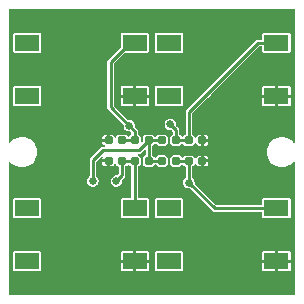
<source format=gbr>
%TF.GenerationSoftware,KiCad,Pcbnew,8.0.1*%
%TF.CreationDate,2024-07-01T16:18:05-04:00*%
%TF.ProjectId,btn,62746e2e-6b69-4636-9164-5f7063625858,rev?*%
%TF.SameCoordinates,Original*%
%TF.FileFunction,Copper,L1,Top*%
%TF.FilePolarity,Positive*%
%FSLAX46Y46*%
G04 Gerber Fmt 4.6, Leading zero omitted, Abs format (unit mm)*
G04 Created by KiCad (PCBNEW 8.0.1) date 2024-07-01 16:18:05*
%MOMM*%
%LPD*%
G01*
G04 APERTURE LIST*
G04 Aperture macros list*
%AMRoundRect*
0 Rectangle with rounded corners*
0 $1 Rounding radius*
0 $2 $3 $4 $5 $6 $7 $8 $9 X,Y pos of 4 corners*
0 Add a 4 corners polygon primitive as box body*
4,1,4,$2,$3,$4,$5,$6,$7,$8,$9,$2,$3,0*
0 Add four circle primitives for the rounded corners*
1,1,$1+$1,$2,$3*
1,1,$1+$1,$4,$5*
1,1,$1+$1,$6,$7*
1,1,$1+$1,$8,$9*
0 Add four rect primitives between the rounded corners*
20,1,$1+$1,$2,$3,$4,$5,0*
20,1,$1+$1,$4,$5,$6,$7,0*
20,1,$1+$1,$6,$7,$8,$9,0*
20,1,$1+$1,$8,$9,$2,$3,0*%
G04 Aperture macros list end*
%TA.AperFunction,SMDPad,CuDef*%
%ADD10RoundRect,0.155000X0.212500X0.155000X-0.212500X0.155000X-0.212500X-0.155000X0.212500X-0.155000X0*%
%TD*%
%TA.AperFunction,SMDPad,CuDef*%
%ADD11R,2.100000X1.400000*%
%TD*%
%TA.AperFunction,SMDPad,CuDef*%
%ADD12RoundRect,0.155000X-0.212500X-0.155000X0.212500X-0.155000X0.212500X0.155000X-0.212500X0.155000X0*%
%TD*%
%TA.AperFunction,SMDPad,CuDef*%
%ADD13RoundRect,0.160000X0.197500X0.160000X-0.197500X0.160000X-0.197500X-0.160000X0.197500X-0.160000X0*%
%TD*%
%TA.AperFunction,SMDPad,CuDef*%
%ADD14RoundRect,0.160000X-0.197500X-0.160000X0.197500X-0.160000X0.197500X0.160000X-0.197500X0.160000X0*%
%TD*%
%TA.AperFunction,ViaPad*%
%ADD15C,0.660400*%
%TD*%
%TA.AperFunction,Conductor*%
%ADD16C,0.254000*%
%TD*%
G04 APERTURE END LIST*
D10*
%TO.P,C3,1*%
%TO.N,GND*%
X136767500Y-83250000D03*
%TO.P,C3,2*%
%TO.N,/BTN_3*%
X135632500Y-83250000D03*
%TD*%
D11*
%TO.P,S2,1*%
%TO.N,unconnected-(S2-Pad1)*%
X133950000Y-73250000D03*
%TO.P,S2,2*%
%TO.N,unconnected-(S2-Pad2)*%
X133950000Y-77750000D03*
%TO.P,S2,3*%
%TO.N,/BTN_2*%
X143050000Y-73250000D03*
%TO.P,S2,4*%
%TO.N,GND*%
X143050000Y-77750000D03*
%TD*%
%TO.P,S1,1*%
%TO.N,unconnected-(S1-Pad1)*%
X121950000Y-73250000D03*
%TO.P,S1,2*%
%TO.N,unconnected-(S1-Pad2)*%
X121950000Y-77750000D03*
%TO.P,S1,3*%
%TO.N,/BTN_1*%
X131050000Y-73250000D03*
%TO.P,S1,4*%
%TO.N,GND*%
X131050000Y-77750000D03*
%TD*%
D12*
%TO.P,C1,1*%
%TO.N,GND*%
X128832500Y-81500000D03*
%TO.P,C1,2*%
%TO.N,/BTN_1*%
X129967500Y-81500000D03*
%TD*%
D13*
%TO.P,R3,1*%
%TO.N,/BTN_3*%
X134547500Y-83250000D03*
%TO.P,R3,2*%
%TO.N,VCC*%
X133352500Y-83250000D03*
%TD*%
D14*
%TO.P,R1,1*%
%TO.N,/BTN_1*%
X131050000Y-81500000D03*
%TO.P,R1,2*%
%TO.N,VCC*%
X132245000Y-81500000D03*
%TD*%
D13*
%TO.P,R2,1*%
%TO.N,/BTN_2*%
X134547500Y-81500000D03*
%TO.P,R2,2*%
%TO.N,VCC*%
X133352500Y-81500000D03*
%TD*%
D12*
%TO.P,C4,1*%
%TO.N,GND*%
X128832500Y-83250000D03*
%TO.P,C4,2*%
%TO.N,/BTN_4*%
X129967500Y-83250000D03*
%TD*%
D11*
%TO.P,S3,1*%
%TO.N,unconnected-(S3-Pad1)*%
X133950000Y-87250000D03*
%TO.P,S3,2*%
%TO.N,unconnected-(S3-Pad2)*%
X133950000Y-91750000D03*
%TO.P,S3,3*%
%TO.N,/BTN_3*%
X143050000Y-87250000D03*
%TO.P,S3,4*%
%TO.N,GND*%
X143050000Y-91750000D03*
%TD*%
D14*
%TO.P,R4,1*%
%TO.N,/BTN_4*%
X131050000Y-83250000D03*
%TO.P,R4,2*%
%TO.N,VCC*%
X132245000Y-83250000D03*
%TD*%
D10*
%TO.P,C2,1*%
%TO.N,GND*%
X136767500Y-81500000D03*
%TO.P,C2,2*%
%TO.N,/BTN_2*%
X135632500Y-81500000D03*
%TD*%
D11*
%TO.P,S4,1*%
%TO.N,unconnected-(S4-Pad1)*%
X121950000Y-87250000D03*
%TO.P,S4,2*%
%TO.N,unconnected-(S4-Pad2)*%
X121950000Y-91750000D03*
%TO.P,S4,3*%
%TO.N,/BTN_4*%
X131050000Y-87250000D03*
%TO.P,S4,4*%
%TO.N,GND*%
X131050000Y-91750000D03*
%TD*%
D15*
%TO.N,GND*%
X126000000Y-92000000D03*
X126000000Y-78000000D03*
X140000000Y-86000000D03*
X126000000Y-88000000D03*
X128000000Y-90000000D03*
X140000000Y-80000000D03*
X126000000Y-90000000D03*
X124000000Y-80000000D03*
X128000000Y-74000000D03*
X126000000Y-72000000D03*
X130000000Y-76000000D03*
X140000000Y-84000000D03*
X124000000Y-78000000D03*
X140000000Y-78000000D03*
X138000000Y-94000000D03*
X132000000Y-90000000D03*
X124000000Y-94000000D03*
X124000000Y-90000000D03*
X124000000Y-76000000D03*
X126000000Y-74000000D03*
X124000000Y-88000000D03*
X134000000Y-94000000D03*
X136000000Y-94000000D03*
X122000000Y-94000000D03*
X124000000Y-84000000D03*
X130000000Y-94000000D03*
X140000000Y-82000000D03*
X142000000Y-84000000D03*
X124000000Y-72000000D03*
X140000000Y-90000000D03*
X138000000Y-74000000D03*
X128000000Y-76000000D03*
X140000000Y-94000000D03*
X130000000Y-90000000D03*
X142000000Y-94000000D03*
X136000000Y-90000000D03*
X128000000Y-92000000D03*
X124000000Y-92000000D03*
X128000000Y-78000000D03*
X124000000Y-82000000D03*
X138000000Y-92000000D03*
X132000000Y-94000000D03*
X134000000Y-76000000D03*
X128000000Y-72000000D03*
X140000000Y-92000000D03*
X134000000Y-90000000D03*
X138000000Y-72000000D03*
X124000000Y-74000000D03*
X128000000Y-94000000D03*
X136000000Y-76000000D03*
X142000000Y-80000000D03*
X126000000Y-76000000D03*
X128000000Y-88000000D03*
X126000000Y-94000000D03*
X138000000Y-90000000D03*
X140000000Y-72000000D03*
%TO.N,VCC*%
X127500000Y-84940000D03*
%TO.N,/BTN_1*%
X130585000Y-80265000D03*
%TO.N,/BTN_2*%
X134060000Y-80160000D03*
%TO.N,/BTN_3*%
X135632500Y-85072500D03*
%TO.N,/BTN_4*%
X129500000Y-84940000D03*
%TD*%
D16*
%TO.N,VCC*%
X127500000Y-83200000D02*
X128340000Y-82360000D01*
X128340000Y-82360000D02*
X131385000Y-82360000D01*
X132245000Y-81500000D02*
X133352500Y-81500000D01*
X131385000Y-82360000D02*
X132245000Y-81500000D01*
X132245000Y-83250000D02*
X133352500Y-83250000D01*
X132245000Y-81500000D02*
X132245000Y-83250000D01*
X127500000Y-84940000D02*
X127500000Y-83200000D01*
%TO.N,/BTN_1*%
X130650000Y-73250000D02*
X131050000Y-73250000D01*
X129000000Y-78680000D02*
X129000000Y-74900000D01*
X130585000Y-80265000D02*
X131050000Y-80730000D01*
X129000000Y-74900000D02*
X130650000Y-73250000D01*
X131050000Y-81500000D02*
X129967500Y-81500000D01*
X130585000Y-80265000D02*
X129000000Y-78680000D01*
X131050000Y-80730000D02*
X131050000Y-81500000D01*
%TO.N,/BTN_2*%
X134547500Y-80647500D02*
X134060000Y-80160000D01*
X141450000Y-73250000D02*
X143050000Y-73250000D01*
X135632500Y-81500000D02*
X135632500Y-79067500D01*
X134547500Y-81500000D02*
X135632500Y-81500000D01*
X135632500Y-79067500D02*
X141450000Y-73250000D01*
X134547500Y-81500000D02*
X134547500Y-80647500D01*
%TO.N,/BTN_3*%
X135632500Y-85072500D02*
X135632500Y-83250000D01*
X134547500Y-83250000D02*
X135632500Y-83250000D01*
X137810000Y-87250000D02*
X143050000Y-87250000D01*
X135632500Y-85072500D02*
X137810000Y-87250000D01*
%TO.N,/BTN_4*%
X129967500Y-83250000D02*
X131050000Y-83250000D01*
X131050000Y-83250000D02*
X131050000Y-87250000D01*
X129967500Y-83250000D02*
X129967500Y-84472500D01*
X129967500Y-84472500D02*
X129500000Y-84940000D01*
%TD*%
%TA.AperFunction,Conductor*%
%TO.N,GND*%
G36*
X144591638Y-70399093D02*
G01*
X144617358Y-70443642D01*
X144618500Y-70456700D01*
X144618500Y-81625090D01*
X144600907Y-81673428D01*
X144556358Y-81699148D01*
X144505700Y-81690215D01*
X144487911Y-81675288D01*
X144487758Y-81675442D01*
X144486004Y-81673688D01*
X144485694Y-81673428D01*
X144485433Y-81673117D01*
X144326886Y-81514570D01*
X144326873Y-81514559D01*
X144143192Y-81385945D01*
X143939976Y-81291185D01*
X143939974Y-81291184D01*
X143939973Y-81291184D01*
X143723380Y-81233148D01*
X143723378Y-81233147D01*
X143723375Y-81233147D01*
X143500000Y-81213605D01*
X143276624Y-81233147D01*
X143276620Y-81233147D01*
X143276620Y-81233148D01*
X143144114Y-81268653D01*
X143060027Y-81291184D01*
X143060023Y-81291185D01*
X142856806Y-81385946D01*
X142856802Y-81385949D01*
X142673117Y-81514566D01*
X142514566Y-81673117D01*
X142385949Y-81856802D01*
X142385946Y-81856806D01*
X142291185Y-82060023D01*
X142291184Y-82060027D01*
X142233147Y-82276624D01*
X142213605Y-82500000D01*
X142233147Y-82723375D01*
X142233147Y-82723378D01*
X142233148Y-82723380D01*
X142291184Y-82939972D01*
X142291185Y-82939976D01*
X142385945Y-83143192D01*
X142514559Y-83326873D01*
X142514570Y-83326886D01*
X142673113Y-83485429D01*
X142673126Y-83485440D01*
X142736622Y-83529900D01*
X142856802Y-83614051D01*
X142856804Y-83614051D01*
X142856807Y-83614054D01*
X142977349Y-83670263D01*
X143060027Y-83708816D01*
X143276620Y-83766852D01*
X143500000Y-83786395D01*
X143723380Y-83766852D01*
X143939973Y-83708816D01*
X144143198Y-83614051D01*
X144326879Y-83485436D01*
X144485436Y-83326879D01*
X144485438Y-83326875D01*
X144485694Y-83326572D01*
X144485812Y-83326503D01*
X144487758Y-83324558D01*
X144488279Y-83325079D01*
X144530243Y-83300852D01*
X144580901Y-83309785D01*
X144613965Y-83349191D01*
X144618500Y-83374910D01*
X144618500Y-94543300D01*
X144600907Y-94591638D01*
X144556358Y-94617358D01*
X144543300Y-94618500D01*
X120456700Y-94618500D01*
X120408362Y-94600907D01*
X120382642Y-94556358D01*
X120381500Y-94543300D01*
X120381500Y-92465055D01*
X120747100Y-92465055D01*
X120747101Y-92465057D01*
X120755972Y-92509659D01*
X120789764Y-92560232D01*
X120789765Y-92560232D01*
X120789766Y-92560234D01*
X120840342Y-92594028D01*
X120884943Y-92602900D01*
X123015056Y-92602899D01*
X123059658Y-92594028D01*
X123110234Y-92560234D01*
X123144028Y-92509658D01*
X123152900Y-92465057D01*
X123152899Y-91877000D01*
X129847600Y-91877000D01*
X129847600Y-92465012D01*
X129856441Y-92509462D01*
X129856442Y-92509464D01*
X129890126Y-92559873D01*
X129940535Y-92593557D01*
X129940537Y-92593558D01*
X129984987Y-92602400D01*
X130923000Y-92602400D01*
X130923000Y-91877000D01*
X131177000Y-91877000D01*
X131177000Y-92602400D01*
X132115013Y-92602400D01*
X132159462Y-92593558D01*
X132159464Y-92593557D01*
X132209873Y-92559873D01*
X132243557Y-92509464D01*
X132243558Y-92509462D01*
X132252391Y-92465055D01*
X132747100Y-92465055D01*
X132747101Y-92465057D01*
X132755972Y-92509659D01*
X132789764Y-92560232D01*
X132789765Y-92560232D01*
X132789766Y-92560234D01*
X132840342Y-92594028D01*
X132884943Y-92602900D01*
X135015056Y-92602899D01*
X135059658Y-92594028D01*
X135110234Y-92560234D01*
X135144028Y-92509658D01*
X135152900Y-92465057D01*
X135152899Y-91877000D01*
X141847600Y-91877000D01*
X141847600Y-92465012D01*
X141856441Y-92509462D01*
X141856442Y-92509464D01*
X141890126Y-92559873D01*
X141940535Y-92593557D01*
X141940537Y-92593558D01*
X141984987Y-92602400D01*
X142923000Y-92602400D01*
X142923000Y-91877000D01*
X143177000Y-91877000D01*
X143177000Y-92602400D01*
X144115013Y-92602400D01*
X144159462Y-92593558D01*
X144159464Y-92593557D01*
X144209873Y-92559873D01*
X144243557Y-92509464D01*
X144243558Y-92509462D01*
X144252400Y-92465012D01*
X144252400Y-91877000D01*
X143177000Y-91877000D01*
X142923000Y-91877000D01*
X141847600Y-91877000D01*
X135152899Y-91877000D01*
X135152899Y-91623000D01*
X141847600Y-91623000D01*
X142923000Y-91623000D01*
X142923000Y-90897600D01*
X143177000Y-90897600D01*
X143177000Y-91623000D01*
X144252400Y-91623000D01*
X144252400Y-91034987D01*
X144243558Y-90990537D01*
X144243557Y-90990535D01*
X144209873Y-90940126D01*
X144159464Y-90906442D01*
X144159462Y-90906441D01*
X144115013Y-90897600D01*
X143177000Y-90897600D01*
X142923000Y-90897600D01*
X141984987Y-90897600D01*
X141940537Y-90906441D01*
X141940535Y-90906442D01*
X141890126Y-90940126D01*
X141856442Y-90990535D01*
X141856441Y-90990537D01*
X141847600Y-91034987D01*
X141847600Y-91623000D01*
X135152899Y-91623000D01*
X135152899Y-91034944D01*
X135144028Y-90990342D01*
X135110234Y-90939766D01*
X135059658Y-90905972D01*
X135059656Y-90905971D01*
X135015057Y-90897100D01*
X132884944Y-90897100D01*
X132884942Y-90897101D01*
X132840340Y-90905972D01*
X132789767Y-90939764D01*
X132755972Y-90990342D01*
X132755971Y-90990343D01*
X132747100Y-91034942D01*
X132747100Y-92465055D01*
X132252391Y-92465055D01*
X132252400Y-92465012D01*
X132252400Y-91877000D01*
X131177000Y-91877000D01*
X130923000Y-91877000D01*
X129847600Y-91877000D01*
X123152899Y-91877000D01*
X123152899Y-91623000D01*
X129847600Y-91623000D01*
X130923000Y-91623000D01*
X130923000Y-90897600D01*
X131177000Y-90897600D01*
X131177000Y-91623000D01*
X132252400Y-91623000D01*
X132252400Y-91034987D01*
X132243558Y-90990537D01*
X132243557Y-90990535D01*
X132209873Y-90940126D01*
X132159464Y-90906442D01*
X132159462Y-90906441D01*
X132115013Y-90897600D01*
X131177000Y-90897600D01*
X130923000Y-90897600D01*
X129984987Y-90897600D01*
X129940537Y-90906441D01*
X129940535Y-90906442D01*
X129890126Y-90940126D01*
X129856442Y-90990535D01*
X129856441Y-90990537D01*
X129847600Y-91034987D01*
X129847600Y-91623000D01*
X123152899Y-91623000D01*
X123152899Y-91034944D01*
X123144028Y-90990342D01*
X123110234Y-90939766D01*
X123059658Y-90905972D01*
X123059656Y-90905971D01*
X123015057Y-90897100D01*
X120884944Y-90897100D01*
X120884942Y-90897101D01*
X120840340Y-90905972D01*
X120789767Y-90939764D01*
X120755972Y-90990342D01*
X120755971Y-90990343D01*
X120747100Y-91034942D01*
X120747100Y-92465055D01*
X120381500Y-92465055D01*
X120381500Y-87965055D01*
X120747100Y-87965055D01*
X120747101Y-87965057D01*
X120755972Y-88009659D01*
X120789764Y-88060232D01*
X120789765Y-88060232D01*
X120789766Y-88060234D01*
X120840342Y-88094028D01*
X120884943Y-88102900D01*
X123015056Y-88102899D01*
X123059658Y-88094028D01*
X123110234Y-88060234D01*
X123144028Y-88009658D01*
X123152900Y-87965057D01*
X123152899Y-86534944D01*
X123144028Y-86490342D01*
X123110234Y-86439766D01*
X123059658Y-86405972D01*
X123059656Y-86405971D01*
X123015057Y-86397100D01*
X120884944Y-86397100D01*
X120884942Y-86397101D01*
X120840340Y-86405972D01*
X120789767Y-86439764D01*
X120755972Y-86490342D01*
X120755971Y-86490343D01*
X120747100Y-86534942D01*
X120747100Y-87965055D01*
X120381500Y-87965055D01*
X120381500Y-84940000D01*
X127011932Y-84940000D01*
X127031702Y-85077508D01*
X127089410Y-85203868D01*
X127089412Y-85203871D01*
X127180383Y-85308857D01*
X127180385Y-85308858D01*
X127297248Y-85383962D01*
X127392069Y-85411803D01*
X127430541Y-85423100D01*
X127430544Y-85423100D01*
X127569456Y-85423100D01*
X127569459Y-85423100D01*
X127702751Y-85383962D01*
X127819617Y-85308857D01*
X127910589Y-85203869D01*
X127968298Y-85077505D01*
X127988068Y-84940000D01*
X127968298Y-84802495D01*
X127968297Y-84802493D01*
X127968297Y-84802491D01*
X127910589Y-84676131D01*
X127910587Y-84676128D01*
X127819616Y-84571142D01*
X127819615Y-84571141D01*
X127814442Y-84567817D01*
X127783291Y-84526882D01*
X127779900Y-84504556D01*
X127779900Y-83377000D01*
X128312601Y-83377000D01*
X128312601Y-83450888D01*
X128315581Y-83476596D01*
X128362003Y-83581732D01*
X128362005Y-83581735D01*
X128443264Y-83662994D01*
X128443267Y-83662996D01*
X128548402Y-83709418D01*
X128574105Y-83712399D01*
X128705500Y-83712399D01*
X128705500Y-83377000D01*
X128312601Y-83377000D01*
X127779900Y-83377000D01*
X127779900Y-83347086D01*
X127797493Y-83298748D01*
X127801926Y-83293912D01*
X128114299Y-82981539D01*
X128223367Y-82872471D01*
X128269986Y-82850732D01*
X128319673Y-82864046D01*
X128349178Y-82906183D01*
X128345333Y-82956020D01*
X128315582Y-83023400D01*
X128312600Y-83049105D01*
X128312600Y-83123000D01*
X128884300Y-83123000D01*
X128932638Y-83140593D01*
X128958358Y-83185142D01*
X128959500Y-83198200D01*
X128959500Y-83712399D01*
X129090888Y-83712399D01*
X129116596Y-83709418D01*
X129221732Y-83662996D01*
X129221735Y-83662994D01*
X129302994Y-83581735D01*
X129302997Y-83581731D01*
X129330933Y-83518461D01*
X129366552Y-83481348D01*
X129417693Y-83475813D01*
X129460427Y-83504446D01*
X129468518Y-83518459D01*
X129496582Y-83582016D01*
X129496586Y-83582022D01*
X129577977Y-83663413D01*
X129577980Y-83663415D01*
X129577981Y-83663416D01*
X129642776Y-83692026D01*
X129679887Y-83727644D01*
X129687600Y-83760818D01*
X129687600Y-84325412D01*
X129670007Y-84373750D01*
X129665574Y-84378586D01*
X129609286Y-84434874D01*
X129562666Y-84456614D01*
X129556112Y-84456900D01*
X129430538Y-84456900D01*
X129297248Y-84496037D01*
X129180385Y-84571141D01*
X129180383Y-84571142D01*
X129089412Y-84676128D01*
X129089410Y-84676131D01*
X129031702Y-84802491D01*
X129011932Y-84940000D01*
X129031702Y-85077508D01*
X129089410Y-85203868D01*
X129089412Y-85203871D01*
X129180383Y-85308857D01*
X129180385Y-85308858D01*
X129297248Y-85383962D01*
X129392069Y-85411803D01*
X129430541Y-85423100D01*
X129430544Y-85423100D01*
X129569456Y-85423100D01*
X129569459Y-85423100D01*
X129702751Y-85383962D01*
X129819617Y-85308857D01*
X129910589Y-85203869D01*
X129968298Y-85077505D01*
X129988068Y-84940000D01*
X129981831Y-84896622D01*
X129992365Y-84846274D01*
X130003086Y-84832750D01*
X130191476Y-84644362D01*
X130228325Y-84580537D01*
X130247400Y-84509350D01*
X130247400Y-84435650D01*
X130247400Y-83760818D01*
X130264993Y-83712480D01*
X130292222Y-83692026D01*
X130357019Y-83663416D01*
X130438416Y-83582019D01*
X130441636Y-83574727D01*
X130477254Y-83537613D01*
X130510429Y-83529900D01*
X130515255Y-83529900D01*
X130563593Y-83547493D01*
X130583409Y-83573319D01*
X130592230Y-83592237D01*
X130592236Y-83592245D01*
X130670254Y-83670263D01*
X130670257Y-83670265D01*
X130670259Y-83670267D01*
X130670260Y-83670267D01*
X130670261Y-83670268D01*
X130726681Y-83696577D01*
X130763054Y-83732950D01*
X130770100Y-83764731D01*
X130770100Y-86321900D01*
X130752507Y-86370238D01*
X130707958Y-86395958D01*
X130694900Y-86397100D01*
X129984944Y-86397100D01*
X129984942Y-86397101D01*
X129940340Y-86405972D01*
X129889767Y-86439764D01*
X129855972Y-86490342D01*
X129855971Y-86490343D01*
X129847100Y-86534942D01*
X129847100Y-87965055D01*
X129847101Y-87965057D01*
X129855972Y-88009659D01*
X129889764Y-88060232D01*
X129889765Y-88060232D01*
X129889766Y-88060234D01*
X129940342Y-88094028D01*
X129984943Y-88102900D01*
X132115056Y-88102899D01*
X132159658Y-88094028D01*
X132210234Y-88060234D01*
X132244028Y-88009658D01*
X132252900Y-87965057D01*
X132252900Y-87965055D01*
X132747100Y-87965055D01*
X132747101Y-87965057D01*
X132755972Y-88009659D01*
X132789764Y-88060232D01*
X132789765Y-88060232D01*
X132789766Y-88060234D01*
X132840342Y-88094028D01*
X132884943Y-88102900D01*
X135015056Y-88102899D01*
X135059658Y-88094028D01*
X135110234Y-88060234D01*
X135144028Y-88009658D01*
X135152900Y-87965057D01*
X135152899Y-86534944D01*
X135144028Y-86490342D01*
X135110234Y-86439766D01*
X135059658Y-86405972D01*
X135059656Y-86405971D01*
X135015057Y-86397100D01*
X132884944Y-86397100D01*
X132884942Y-86397101D01*
X132840340Y-86405972D01*
X132789767Y-86439764D01*
X132755972Y-86490342D01*
X132755971Y-86490343D01*
X132747100Y-86534942D01*
X132747100Y-87965055D01*
X132252900Y-87965055D01*
X132252899Y-86534944D01*
X132244028Y-86490342D01*
X132210234Y-86439766D01*
X132159658Y-86405972D01*
X132159656Y-86405971D01*
X132115057Y-86397100D01*
X131405100Y-86397100D01*
X131356762Y-86379507D01*
X131331042Y-86334958D01*
X131329900Y-86321900D01*
X131329900Y-83764731D01*
X131347493Y-83716393D01*
X131373319Y-83696577D01*
X131399334Y-83684445D01*
X131429741Y-83670267D01*
X131507767Y-83592241D01*
X131512668Y-83581732D01*
X131554400Y-83492236D01*
X131554399Y-83492236D01*
X131554401Y-83492234D01*
X131560400Y-83446666D01*
X131560400Y-83053334D01*
X131554401Y-83007766D01*
X131554400Y-83007763D01*
X131507769Y-82907762D01*
X131507763Y-82907754D01*
X131429745Y-82829736D01*
X131429737Y-82829730D01*
X131330068Y-82783254D01*
X131293695Y-82746881D01*
X131289211Y-82695637D01*
X131318716Y-82653500D01*
X131361849Y-82639900D01*
X131421848Y-82639900D01*
X131421850Y-82639900D01*
X131493037Y-82620825D01*
X131556862Y-82583976D01*
X131836726Y-82304111D01*
X131883346Y-82282372D01*
X131933033Y-82295686D01*
X131962538Y-82337823D01*
X131965100Y-82357286D01*
X131965100Y-82735268D01*
X131947507Y-82783606D01*
X131921681Y-82803422D01*
X131865262Y-82829730D01*
X131865254Y-82829736D01*
X131787236Y-82907754D01*
X131787230Y-82907762D01*
X131740599Y-83007763D01*
X131738556Y-83023285D01*
X131734600Y-83053334D01*
X131734600Y-83446666D01*
X131737599Y-83469450D01*
X131740599Y-83492236D01*
X131787230Y-83592237D01*
X131787236Y-83592245D01*
X131865254Y-83670263D01*
X131865262Y-83670269D01*
X131965263Y-83716900D01*
X131965264Y-83716900D01*
X131965266Y-83716901D01*
X132010834Y-83722900D01*
X132010836Y-83722900D01*
X132479164Y-83722900D01*
X132479166Y-83722900D01*
X132524734Y-83716901D01*
X132624741Y-83670267D01*
X132702767Y-83592241D01*
X132702769Y-83592237D01*
X132711591Y-83573319D01*
X132747964Y-83536946D01*
X132779745Y-83529900D01*
X132817755Y-83529900D01*
X132866093Y-83547493D01*
X132885909Y-83573319D01*
X132894730Y-83592237D01*
X132894736Y-83592245D01*
X132972754Y-83670263D01*
X132972762Y-83670269D01*
X133072763Y-83716900D01*
X133072764Y-83716900D01*
X133072766Y-83716901D01*
X133118334Y-83722900D01*
X133118336Y-83722900D01*
X133586664Y-83722900D01*
X133586666Y-83722900D01*
X133632234Y-83716901D01*
X133732241Y-83670267D01*
X133810267Y-83592241D01*
X133815168Y-83581732D01*
X133856900Y-83492236D01*
X133856899Y-83492236D01*
X133856901Y-83492234D01*
X133862900Y-83446666D01*
X134037100Y-83446666D01*
X134040099Y-83469450D01*
X134043099Y-83492236D01*
X134089730Y-83592237D01*
X134089736Y-83592245D01*
X134167754Y-83670263D01*
X134167762Y-83670269D01*
X134267763Y-83716900D01*
X134267764Y-83716900D01*
X134267766Y-83716901D01*
X134313334Y-83722900D01*
X134313336Y-83722900D01*
X134781664Y-83722900D01*
X134781666Y-83722900D01*
X134827234Y-83716901D01*
X134927241Y-83670267D01*
X135005267Y-83592241D01*
X135005269Y-83592237D01*
X135014091Y-83573319D01*
X135050464Y-83536946D01*
X135082245Y-83529900D01*
X135089571Y-83529900D01*
X135137909Y-83547493D01*
X135158364Y-83574727D01*
X135161582Y-83582016D01*
X135161586Y-83582022D01*
X135242977Y-83663413D01*
X135242980Y-83663415D01*
X135242981Y-83663416D01*
X135307776Y-83692026D01*
X135344887Y-83727644D01*
X135352600Y-83760818D01*
X135352600Y-84637056D01*
X135335007Y-84685394D01*
X135318058Y-84700317D01*
X135312884Y-84703641D01*
X135312883Y-84703642D01*
X135221912Y-84808628D01*
X135221910Y-84808631D01*
X135164202Y-84934991D01*
X135144432Y-85072500D01*
X135164202Y-85210008D01*
X135221910Y-85336368D01*
X135221912Y-85336371D01*
X135312883Y-85441357D01*
X135312885Y-85441358D01*
X135429748Y-85516462D01*
X135524569Y-85544303D01*
X135563041Y-85555600D01*
X135563044Y-85555600D01*
X135688614Y-85555600D01*
X135736952Y-85573193D01*
X135741788Y-85577626D01*
X137638133Y-87473972D01*
X137638136Y-87473974D01*
X137638138Y-87473976D01*
X137701963Y-87510825D01*
X137773150Y-87529900D01*
X137846850Y-87529900D01*
X141771901Y-87529900D01*
X141820239Y-87547493D01*
X141845959Y-87592042D01*
X141847101Y-87605100D01*
X141847101Y-87965057D01*
X141855972Y-88009659D01*
X141889764Y-88060232D01*
X141889765Y-88060232D01*
X141889766Y-88060234D01*
X141940342Y-88094028D01*
X141984943Y-88102900D01*
X144115056Y-88102899D01*
X144159658Y-88094028D01*
X144210234Y-88060234D01*
X144244028Y-88009658D01*
X144252900Y-87965057D01*
X144252899Y-86534944D01*
X144244028Y-86490342D01*
X144210234Y-86439766D01*
X144159658Y-86405972D01*
X144159656Y-86405971D01*
X144115057Y-86397100D01*
X141984944Y-86397100D01*
X141984942Y-86397101D01*
X141940340Y-86405972D01*
X141889767Y-86439764D01*
X141855972Y-86490342D01*
X141855971Y-86490343D01*
X141847100Y-86534942D01*
X141847100Y-86894900D01*
X141829507Y-86943238D01*
X141784958Y-86968958D01*
X141771900Y-86970100D01*
X137957086Y-86970100D01*
X137908748Y-86952507D01*
X137903912Y-86948074D01*
X136135591Y-85179753D01*
X136113851Y-85133133D01*
X136114331Y-85115875D01*
X136120568Y-85072500D01*
X136100798Y-84934995D01*
X136100797Y-84934993D01*
X136100797Y-84934991D01*
X136043089Y-84808631D01*
X136043087Y-84808628D01*
X135952116Y-84703642D01*
X135952115Y-84703641D01*
X135946942Y-84700317D01*
X135915791Y-84659382D01*
X135912400Y-84637056D01*
X135912400Y-83760818D01*
X135929993Y-83712480D01*
X135957222Y-83692026D01*
X136022019Y-83663416D01*
X136103416Y-83582019D01*
X136131481Y-83518457D01*
X136167099Y-83481347D01*
X136218240Y-83475812D01*
X136260974Y-83504445D01*
X136269066Y-83518460D01*
X136297002Y-83581730D01*
X136297005Y-83581735D01*
X136378264Y-83662994D01*
X136378267Y-83662996D01*
X136483402Y-83709418D01*
X136509105Y-83712399D01*
X136640500Y-83712399D01*
X136640500Y-83377000D01*
X136894500Y-83377000D01*
X136894500Y-83712399D01*
X137025888Y-83712399D01*
X137051596Y-83709418D01*
X137156732Y-83662996D01*
X137156735Y-83662994D01*
X137237994Y-83581735D01*
X137237996Y-83581732D01*
X137284418Y-83476597D01*
X137287400Y-83450894D01*
X137287400Y-83377000D01*
X136894500Y-83377000D01*
X136640500Y-83377000D01*
X136640500Y-82787600D01*
X136894500Y-82787600D01*
X136894500Y-83123000D01*
X137287399Y-83123000D01*
X137287399Y-83049111D01*
X137284418Y-83023403D01*
X137237996Y-82918267D01*
X137237994Y-82918264D01*
X137156735Y-82837005D01*
X137156732Y-82837003D01*
X137051597Y-82790581D01*
X137025895Y-82787600D01*
X136894500Y-82787600D01*
X136640500Y-82787600D01*
X136509111Y-82787600D01*
X136483403Y-82790581D01*
X136378267Y-82837003D01*
X136378264Y-82837005D01*
X136297005Y-82918264D01*
X136297000Y-82918271D01*
X136269065Y-82981539D01*
X136233446Y-83018652D01*
X136182305Y-83024186D01*
X136139571Y-82995552D01*
X136131481Y-82981539D01*
X136103418Y-82917984D01*
X136103413Y-82917977D01*
X136022022Y-82836586D01*
X136022015Y-82836581D01*
X135916716Y-82790087D01*
X135906914Y-82788950D01*
X135890968Y-82787100D01*
X135374032Y-82787100D01*
X135358086Y-82788950D01*
X135348284Y-82790087D01*
X135348282Y-82790087D01*
X135242984Y-82836581D01*
X135242977Y-82836586D01*
X135161586Y-82917977D01*
X135161582Y-82917983D01*
X135158364Y-82925273D01*
X135122746Y-82962387D01*
X135089571Y-82970100D01*
X135082245Y-82970100D01*
X135033907Y-82952507D01*
X135014091Y-82926681D01*
X135005269Y-82907762D01*
X135005263Y-82907754D01*
X134927245Y-82829736D01*
X134927237Y-82829730D01*
X134827236Y-82783099D01*
X134804450Y-82780099D01*
X134781666Y-82777100D01*
X134313334Y-82777100D01*
X134295106Y-82779499D01*
X134267763Y-82783099D01*
X134167762Y-82829730D01*
X134167754Y-82829736D01*
X134089736Y-82907754D01*
X134089730Y-82907762D01*
X134043099Y-83007763D01*
X134041056Y-83023285D01*
X134037100Y-83053334D01*
X134037100Y-83446666D01*
X133862900Y-83446666D01*
X133862900Y-83053334D01*
X133856901Y-83007766D01*
X133856900Y-83007763D01*
X133810269Y-82907762D01*
X133810263Y-82907754D01*
X133732245Y-82829736D01*
X133732237Y-82829730D01*
X133632236Y-82783099D01*
X133609450Y-82780099D01*
X133586666Y-82777100D01*
X133118334Y-82777100D01*
X133100106Y-82779499D01*
X133072763Y-82783099D01*
X132972762Y-82829730D01*
X132972754Y-82829736D01*
X132894736Y-82907754D01*
X132894730Y-82907762D01*
X132885909Y-82926681D01*
X132849536Y-82963054D01*
X132817755Y-82970100D01*
X132779745Y-82970100D01*
X132731407Y-82952507D01*
X132711591Y-82926681D01*
X132702769Y-82907762D01*
X132702763Y-82907754D01*
X132624745Y-82829736D01*
X132624737Y-82829730D01*
X132568319Y-82803422D01*
X132531945Y-82767049D01*
X132524900Y-82735268D01*
X132524900Y-82014731D01*
X132542493Y-81966393D01*
X132568319Y-81946577D01*
X132594334Y-81934445D01*
X132624741Y-81920267D01*
X132702767Y-81842241D01*
X132703507Y-81840655D01*
X132711591Y-81823319D01*
X132747964Y-81786946D01*
X132779745Y-81779900D01*
X132817755Y-81779900D01*
X132866093Y-81797493D01*
X132885909Y-81823319D01*
X132894730Y-81842237D01*
X132894736Y-81842245D01*
X132972754Y-81920263D01*
X132972762Y-81920269D01*
X133072763Y-81966900D01*
X133072764Y-81966900D01*
X133072766Y-81966901D01*
X133118334Y-81972900D01*
X133118336Y-81972900D01*
X133586664Y-81972900D01*
X133586666Y-81972900D01*
X133632234Y-81966901D01*
X133732241Y-81920267D01*
X133810267Y-81842241D01*
X133815168Y-81831732D01*
X133856900Y-81742236D01*
X133856899Y-81742236D01*
X133856901Y-81742234D01*
X133862900Y-81696666D01*
X133862900Y-81303334D01*
X133856901Y-81257766D01*
X133851206Y-81245552D01*
X133810269Y-81157762D01*
X133810263Y-81157754D01*
X133732245Y-81079736D01*
X133732237Y-81079730D01*
X133632236Y-81033099D01*
X133609450Y-81030099D01*
X133586666Y-81027100D01*
X133118334Y-81027100D01*
X133100106Y-81029499D01*
X133072763Y-81033099D01*
X132972762Y-81079730D01*
X132972754Y-81079736D01*
X132894736Y-81157754D01*
X132894730Y-81157762D01*
X132885909Y-81176681D01*
X132849536Y-81213054D01*
X132817755Y-81220100D01*
X132779745Y-81220100D01*
X132731407Y-81202507D01*
X132711591Y-81176681D01*
X132702769Y-81157762D01*
X132702763Y-81157754D01*
X132624745Y-81079736D01*
X132624737Y-81079730D01*
X132524736Y-81033099D01*
X132501950Y-81030099D01*
X132479166Y-81027100D01*
X132010834Y-81027100D01*
X131992606Y-81029499D01*
X131965263Y-81033099D01*
X131865262Y-81079730D01*
X131865254Y-81079736D01*
X131787236Y-81157754D01*
X131787230Y-81157762D01*
X131740599Y-81257763D01*
X131734600Y-81303335D01*
X131734600Y-81583412D01*
X131717007Y-81631750D01*
X131712574Y-81636586D01*
X131688774Y-81660386D01*
X131642154Y-81682126D01*
X131592467Y-81668812D01*
X131562962Y-81626675D01*
X131560400Y-81607212D01*
X131560400Y-81303335D01*
X131559843Y-81299105D01*
X131554401Y-81257766D01*
X131548706Y-81245552D01*
X131507769Y-81157762D01*
X131507763Y-81157754D01*
X131429745Y-81079736D01*
X131429737Y-81079730D01*
X131373319Y-81053422D01*
X131336945Y-81017049D01*
X131329900Y-80985268D01*
X131329900Y-80693149D01*
X131313388Y-80631527D01*
X131313388Y-80631526D01*
X131310825Y-80621963D01*
X131310825Y-80621962D01*
X131273976Y-80558137D01*
X131088090Y-80372251D01*
X131066351Y-80325632D01*
X131066830Y-80308378D01*
X131073068Y-80265000D01*
X131057971Y-80160000D01*
X133571932Y-80160000D01*
X133591702Y-80297508D01*
X133649410Y-80423868D01*
X133649412Y-80423871D01*
X133740383Y-80528857D01*
X133740402Y-80528869D01*
X133857248Y-80603962D01*
X133918551Y-80621962D01*
X133990541Y-80643100D01*
X133990544Y-80643100D01*
X134116114Y-80643100D01*
X134164452Y-80660693D01*
X134169288Y-80665126D01*
X134245574Y-80741412D01*
X134267314Y-80788032D01*
X134267600Y-80794586D01*
X134267600Y-80985268D01*
X134250007Y-81033606D01*
X134224181Y-81053422D01*
X134167762Y-81079730D01*
X134167754Y-81079736D01*
X134089736Y-81157754D01*
X134089730Y-81157762D01*
X134043099Y-81257763D01*
X134041040Y-81273403D01*
X134037100Y-81303334D01*
X134037100Y-81696666D01*
X134040099Y-81719450D01*
X134043099Y-81742236D01*
X134089730Y-81842237D01*
X134089736Y-81842245D01*
X134167754Y-81920263D01*
X134167762Y-81920269D01*
X134267763Y-81966900D01*
X134267764Y-81966900D01*
X134267766Y-81966901D01*
X134313334Y-81972900D01*
X134313336Y-81972900D01*
X134781664Y-81972900D01*
X134781666Y-81972900D01*
X134827234Y-81966901D01*
X134927241Y-81920267D01*
X135005267Y-81842241D01*
X135006007Y-81840655D01*
X135014091Y-81823319D01*
X135050464Y-81786946D01*
X135082245Y-81779900D01*
X135089571Y-81779900D01*
X135137909Y-81797493D01*
X135158364Y-81824727D01*
X135161582Y-81832016D01*
X135161586Y-81832022D01*
X135242977Y-81913413D01*
X135242984Y-81913418D01*
X135318082Y-81946577D01*
X135348285Y-81959913D01*
X135374032Y-81962900D01*
X135374034Y-81962900D01*
X135890966Y-81962900D01*
X135890968Y-81962900D01*
X135916715Y-81959913D01*
X135916717Y-81959912D01*
X136022015Y-81913418D01*
X136022015Y-81913417D01*
X136022019Y-81913416D01*
X136103416Y-81832019D01*
X136131481Y-81768457D01*
X136167099Y-81731347D01*
X136218240Y-81725812D01*
X136260974Y-81754445D01*
X136269066Y-81768460D01*
X136297002Y-81831730D01*
X136297005Y-81831735D01*
X136378264Y-81912994D01*
X136378267Y-81912996D01*
X136483402Y-81959418D01*
X136509105Y-81962399D01*
X136640500Y-81962399D01*
X136640500Y-81627000D01*
X136894500Y-81627000D01*
X136894500Y-81962399D01*
X137025888Y-81962399D01*
X137051596Y-81959418D01*
X137156732Y-81912996D01*
X137156735Y-81912994D01*
X137237994Y-81831735D01*
X137237996Y-81831732D01*
X137284418Y-81726597D01*
X137287400Y-81700894D01*
X137287400Y-81627000D01*
X136894500Y-81627000D01*
X136640500Y-81627000D01*
X136640500Y-81037600D01*
X136894500Y-81037600D01*
X136894500Y-81373000D01*
X137287399Y-81373000D01*
X137287399Y-81299111D01*
X137284418Y-81273403D01*
X137237996Y-81168267D01*
X137237994Y-81168264D01*
X137156735Y-81087005D01*
X137156732Y-81087003D01*
X137051597Y-81040581D01*
X137025895Y-81037600D01*
X136894500Y-81037600D01*
X136640500Y-81037600D01*
X136509111Y-81037600D01*
X136483403Y-81040581D01*
X136378267Y-81087003D01*
X136378264Y-81087005D01*
X136297005Y-81168264D01*
X136297000Y-81168271D01*
X136269065Y-81231539D01*
X136233446Y-81268652D01*
X136182305Y-81274186D01*
X136139571Y-81245552D01*
X136131481Y-81231539D01*
X136103418Y-81167984D01*
X136103413Y-81167977D01*
X136022022Y-81086586D01*
X136022016Y-81086582D01*
X135957224Y-81057973D01*
X135920112Y-81022354D01*
X135912400Y-80989181D01*
X135912400Y-79214586D01*
X135929993Y-79166248D01*
X135934426Y-79161412D01*
X137218838Y-77877000D01*
X141847600Y-77877000D01*
X141847600Y-78465012D01*
X141856441Y-78509462D01*
X141856442Y-78509464D01*
X141890126Y-78559873D01*
X141940535Y-78593557D01*
X141940537Y-78593558D01*
X141984987Y-78602400D01*
X142923000Y-78602400D01*
X142923000Y-77877000D01*
X143177000Y-77877000D01*
X143177000Y-78602400D01*
X144115013Y-78602400D01*
X144159462Y-78593558D01*
X144159464Y-78593557D01*
X144209873Y-78559873D01*
X144243557Y-78509464D01*
X144243558Y-78509462D01*
X144252400Y-78465012D01*
X144252400Y-77877000D01*
X143177000Y-77877000D01*
X142923000Y-77877000D01*
X141847600Y-77877000D01*
X137218838Y-77877000D01*
X137472838Y-77623000D01*
X141847600Y-77623000D01*
X142923000Y-77623000D01*
X142923000Y-76897600D01*
X143177000Y-76897600D01*
X143177000Y-77623000D01*
X144252400Y-77623000D01*
X144252400Y-77034987D01*
X144243558Y-76990537D01*
X144243557Y-76990535D01*
X144209873Y-76940126D01*
X144159464Y-76906442D01*
X144159462Y-76906441D01*
X144115013Y-76897600D01*
X143177000Y-76897600D01*
X142923000Y-76897600D01*
X141984987Y-76897600D01*
X141940537Y-76906441D01*
X141940535Y-76906442D01*
X141890126Y-76940126D01*
X141856442Y-76990535D01*
X141856441Y-76990537D01*
X141847600Y-77034987D01*
X141847600Y-77623000D01*
X137472838Y-77623000D01*
X141543913Y-73551926D01*
X141590533Y-73530186D01*
X141597087Y-73529900D01*
X141771901Y-73529900D01*
X141820239Y-73547493D01*
X141845959Y-73592042D01*
X141847101Y-73605100D01*
X141847101Y-73965057D01*
X141855972Y-74009659D01*
X141889764Y-74060232D01*
X141889765Y-74060232D01*
X141889766Y-74060234D01*
X141940342Y-74094028D01*
X141984943Y-74102900D01*
X144115056Y-74102899D01*
X144159658Y-74094028D01*
X144210234Y-74060234D01*
X144244028Y-74009658D01*
X144252900Y-73965057D01*
X144252899Y-72534944D01*
X144244028Y-72490342D01*
X144210234Y-72439766D01*
X144159658Y-72405972D01*
X144159656Y-72405971D01*
X144115057Y-72397100D01*
X141984944Y-72397100D01*
X141984942Y-72397101D01*
X141940340Y-72405972D01*
X141889767Y-72439764D01*
X141855972Y-72490342D01*
X141855971Y-72490343D01*
X141847100Y-72534942D01*
X141847100Y-72894900D01*
X141829507Y-72943238D01*
X141784958Y-72968958D01*
X141771900Y-72970100D01*
X141413150Y-72970100D01*
X141375720Y-72980129D01*
X141357005Y-72985144D01*
X141357004Y-72985143D01*
X141341961Y-72989174D01*
X141278138Y-73026023D01*
X141278132Y-73026027D01*
X136427162Y-77877000D01*
X135460638Y-78843524D01*
X135434581Y-78869581D01*
X135408524Y-78895637D01*
X135408523Y-78895639D01*
X135371675Y-78959461D01*
X135352600Y-79030651D01*
X135352600Y-80989181D01*
X135335007Y-81037519D01*
X135307776Y-81057973D01*
X135242983Y-81086582D01*
X135242977Y-81086586D01*
X135161586Y-81167977D01*
X135161582Y-81167983D01*
X135158364Y-81175273D01*
X135122746Y-81212387D01*
X135089571Y-81220100D01*
X135082245Y-81220100D01*
X135033907Y-81202507D01*
X135014091Y-81176681D01*
X135005269Y-81157762D01*
X135005263Y-81157754D01*
X134927245Y-81079736D01*
X134927237Y-81079730D01*
X134870819Y-81053422D01*
X134834445Y-81017049D01*
X134827400Y-80985268D01*
X134827400Y-80610651D01*
X134825607Y-80603958D01*
X134825607Y-80603957D01*
X134808326Y-80539467D01*
X134808324Y-80539460D01*
X134771477Y-80475639D01*
X134668091Y-80372253D01*
X134563090Y-80267252D01*
X134541351Y-80220633D01*
X134541831Y-80203375D01*
X134548068Y-80160000D01*
X134528298Y-80022495D01*
X134528297Y-80022493D01*
X134528297Y-80022491D01*
X134470589Y-79896131D01*
X134470587Y-79896128D01*
X134379616Y-79791142D01*
X134379614Y-79791141D01*
X134262751Y-79716037D01*
X134129461Y-79676900D01*
X134129459Y-79676900D01*
X133990541Y-79676900D01*
X133990538Y-79676900D01*
X133857248Y-79716037D01*
X133740385Y-79791141D01*
X133740383Y-79791142D01*
X133649412Y-79896128D01*
X133649410Y-79896131D01*
X133591702Y-80022491D01*
X133571932Y-80160000D01*
X131057971Y-80160000D01*
X131053298Y-80127495D01*
X131053297Y-80127493D01*
X131053297Y-80127491D01*
X130995589Y-80001131D01*
X130995587Y-80001128D01*
X130904616Y-79896142D01*
X130904614Y-79896141D01*
X130787751Y-79821037D01*
X130654461Y-79781900D01*
X130654459Y-79781900D01*
X130528887Y-79781900D01*
X130480549Y-79764307D01*
X130475713Y-79759874D01*
X129301926Y-78586087D01*
X129280186Y-78539467D01*
X129279900Y-78532913D01*
X129279900Y-77877000D01*
X129847600Y-77877000D01*
X129847600Y-78465012D01*
X129856441Y-78509462D01*
X129856442Y-78509464D01*
X129890126Y-78559873D01*
X129940535Y-78593557D01*
X129940537Y-78593558D01*
X129984987Y-78602400D01*
X130923000Y-78602400D01*
X130923000Y-77877000D01*
X131177000Y-77877000D01*
X131177000Y-78602400D01*
X132115013Y-78602400D01*
X132159462Y-78593558D01*
X132159464Y-78593557D01*
X132209873Y-78559873D01*
X132243557Y-78509464D01*
X132243558Y-78509462D01*
X132252391Y-78465055D01*
X132747100Y-78465055D01*
X132747101Y-78465057D01*
X132755972Y-78509659D01*
X132789764Y-78560232D01*
X132789765Y-78560232D01*
X132789766Y-78560234D01*
X132840342Y-78594028D01*
X132884943Y-78602900D01*
X135015056Y-78602899D01*
X135059658Y-78594028D01*
X135110234Y-78560234D01*
X135144028Y-78509658D01*
X135152900Y-78465057D01*
X135152899Y-77034944D01*
X135144028Y-76990342D01*
X135110234Y-76939766D01*
X135059658Y-76905972D01*
X135059656Y-76905971D01*
X135015057Y-76897100D01*
X132884944Y-76897100D01*
X132884942Y-76897101D01*
X132840340Y-76905972D01*
X132789767Y-76939764D01*
X132755972Y-76990342D01*
X132755971Y-76990343D01*
X132747100Y-77034942D01*
X132747100Y-78465055D01*
X132252391Y-78465055D01*
X132252400Y-78465012D01*
X132252400Y-77877000D01*
X131177000Y-77877000D01*
X130923000Y-77877000D01*
X129847600Y-77877000D01*
X129279900Y-77877000D01*
X129279900Y-77623000D01*
X129847600Y-77623000D01*
X130923000Y-77623000D01*
X130923000Y-76897600D01*
X131177000Y-76897600D01*
X131177000Y-77623000D01*
X132252400Y-77623000D01*
X132252400Y-77034987D01*
X132243558Y-76990537D01*
X132243557Y-76990535D01*
X132209873Y-76940126D01*
X132159464Y-76906442D01*
X132159462Y-76906441D01*
X132115013Y-76897600D01*
X131177000Y-76897600D01*
X130923000Y-76897600D01*
X129984987Y-76897600D01*
X129940537Y-76906441D01*
X129940535Y-76906442D01*
X129890126Y-76940126D01*
X129856442Y-76990535D01*
X129856441Y-76990537D01*
X129847600Y-77034987D01*
X129847600Y-77623000D01*
X129279900Y-77623000D01*
X129279900Y-75047085D01*
X129297493Y-74998747D01*
X129301915Y-74993922D01*
X130170912Y-74124924D01*
X130217532Y-74103185D01*
X130224086Y-74102899D01*
X132115056Y-74102899D01*
X132159658Y-74094028D01*
X132210234Y-74060234D01*
X132244028Y-74009658D01*
X132252900Y-73965057D01*
X132252900Y-73965055D01*
X132747100Y-73965055D01*
X132747101Y-73965057D01*
X132755972Y-74009659D01*
X132789764Y-74060232D01*
X132789765Y-74060232D01*
X132789766Y-74060234D01*
X132840342Y-74094028D01*
X132884943Y-74102900D01*
X135015056Y-74102899D01*
X135059658Y-74094028D01*
X135110234Y-74060234D01*
X135144028Y-74009658D01*
X135152900Y-73965057D01*
X135152899Y-72534944D01*
X135144028Y-72490342D01*
X135110234Y-72439766D01*
X135059658Y-72405972D01*
X135059656Y-72405971D01*
X135015057Y-72397100D01*
X132884944Y-72397100D01*
X132884942Y-72397101D01*
X132840340Y-72405972D01*
X132789767Y-72439764D01*
X132755972Y-72490342D01*
X132755971Y-72490343D01*
X132747100Y-72534942D01*
X132747100Y-73965055D01*
X132252900Y-73965055D01*
X132252899Y-72534944D01*
X132244028Y-72490342D01*
X132210234Y-72439766D01*
X132159658Y-72405972D01*
X132159656Y-72405971D01*
X132115057Y-72397100D01*
X129984944Y-72397100D01*
X129984942Y-72397101D01*
X129940340Y-72405972D01*
X129889767Y-72439764D01*
X129855972Y-72490342D01*
X129855971Y-72490343D01*
X129847100Y-72534942D01*
X129847100Y-73625912D01*
X129829507Y-73674250D01*
X129825073Y-73679086D01*
X128828138Y-74676024D01*
X128802081Y-74702081D01*
X128776024Y-74728137D01*
X128776023Y-74728139D01*
X128739175Y-74791961D01*
X128726458Y-74839421D01*
X128720100Y-74863150D01*
X128720100Y-78643150D01*
X128720100Y-78716850D01*
X128732816Y-78764308D01*
X128739175Y-78788038D01*
X128776023Y-78851860D01*
X128776027Y-78851866D01*
X130081907Y-80157746D01*
X130103647Y-80204366D01*
X130103168Y-80221620D01*
X130096932Y-80264998D01*
X130096932Y-80265000D01*
X130101606Y-80297508D01*
X130116702Y-80402508D01*
X130174410Y-80528868D01*
X130174412Y-80528871D01*
X130239479Y-80603962D01*
X130265383Y-80633857D01*
X130301315Y-80656949D01*
X130382248Y-80708962D01*
X130477069Y-80736803D01*
X130515541Y-80748100D01*
X130515544Y-80748100D01*
X130641112Y-80748100D01*
X130689450Y-80765693D01*
X130694286Y-80770125D01*
X130748074Y-80823912D01*
X130769814Y-80870532D01*
X130770100Y-80877087D01*
X130770100Y-80985268D01*
X130752507Y-81033606D01*
X130726681Y-81053422D01*
X130670262Y-81079730D01*
X130670254Y-81079736D01*
X130592236Y-81157754D01*
X130592230Y-81157762D01*
X130583409Y-81176681D01*
X130547036Y-81213054D01*
X130515255Y-81220100D01*
X130510429Y-81220100D01*
X130462091Y-81202507D01*
X130441636Y-81175273D01*
X130438417Y-81167983D01*
X130438413Y-81167977D01*
X130357022Y-81086586D01*
X130357015Y-81086581D01*
X130251716Y-81040087D01*
X130243132Y-81039091D01*
X130225968Y-81037100D01*
X129709032Y-81037100D01*
X129691867Y-81039091D01*
X129683284Y-81040087D01*
X129683282Y-81040087D01*
X129577984Y-81086581D01*
X129577977Y-81086586D01*
X129496586Y-81167977D01*
X129496582Y-81167983D01*
X129468518Y-81231541D01*
X129432899Y-81268653D01*
X129381757Y-81274187D01*
X129339024Y-81245553D01*
X129330933Y-81231539D01*
X129302997Y-81168268D01*
X129302994Y-81168264D01*
X129221735Y-81087005D01*
X129221732Y-81087003D01*
X129116597Y-81040581D01*
X129090895Y-81037600D01*
X128959500Y-81037600D01*
X128959500Y-81551800D01*
X128941907Y-81600138D01*
X128897358Y-81625858D01*
X128884300Y-81627000D01*
X128312601Y-81627000D01*
X128312601Y-81700888D01*
X128315581Y-81726596D01*
X128362003Y-81831732D01*
X128362005Y-81831735D01*
X128443264Y-81912994D01*
X128443267Y-81912996D01*
X128495608Y-81936107D01*
X128532720Y-81971726D01*
X128538255Y-82022867D01*
X128509622Y-82065602D01*
X128465233Y-82080100D01*
X128303150Y-82080100D01*
X128265720Y-82090129D01*
X128247005Y-82095144D01*
X128247004Y-82095143D01*
X128231961Y-82099174D01*
X128168138Y-82136023D01*
X128168132Y-82136027D01*
X127467581Y-82836581D01*
X127328138Y-82976024D01*
X127308610Y-82995552D01*
X127276024Y-83028137D01*
X127276023Y-83028139D01*
X127239175Y-83091961D01*
X127220100Y-83163151D01*
X127220100Y-84504556D01*
X127202507Y-84552894D01*
X127185558Y-84567817D01*
X127180384Y-84571141D01*
X127180383Y-84571142D01*
X127089412Y-84676128D01*
X127089410Y-84676131D01*
X127031702Y-84802491D01*
X127011932Y-84940000D01*
X120381500Y-84940000D01*
X120381500Y-83374910D01*
X120399093Y-83326572D01*
X120443642Y-83300852D01*
X120494300Y-83309785D01*
X120512088Y-83324711D01*
X120512242Y-83324558D01*
X120513995Y-83326311D01*
X120514306Y-83326572D01*
X120514566Y-83326882D01*
X120673113Y-83485429D01*
X120673126Y-83485440D01*
X120736622Y-83529900D01*
X120856802Y-83614051D01*
X120856804Y-83614051D01*
X120856807Y-83614054D01*
X120977349Y-83670263D01*
X121060027Y-83708816D01*
X121276620Y-83766852D01*
X121500000Y-83786395D01*
X121723380Y-83766852D01*
X121939973Y-83708816D01*
X122143198Y-83614051D01*
X122326879Y-83485436D01*
X122485436Y-83326879D01*
X122614051Y-83143198D01*
X122623470Y-83123000D01*
X122637943Y-83091961D01*
X122708816Y-82939973D01*
X122766852Y-82723380D01*
X122786395Y-82500000D01*
X122766852Y-82276620D01*
X122708816Y-82060027D01*
X122687694Y-82014731D01*
X122614053Y-81856806D01*
X122614050Y-81856802D01*
X122603854Y-81842241D01*
X122485436Y-81673121D01*
X122485435Y-81673120D01*
X122485433Y-81673117D01*
X122326886Y-81514570D01*
X122326873Y-81514559D01*
X122143192Y-81385945D01*
X122115431Y-81373000D01*
X128312600Y-81373000D01*
X128705500Y-81373000D01*
X128705500Y-81037600D01*
X128574111Y-81037600D01*
X128548403Y-81040581D01*
X128443267Y-81087003D01*
X128443264Y-81087005D01*
X128362005Y-81168264D01*
X128362003Y-81168267D01*
X128315581Y-81273402D01*
X128312600Y-81299105D01*
X128312600Y-81373000D01*
X122115431Y-81373000D01*
X121939976Y-81291185D01*
X121939974Y-81291184D01*
X121939973Y-81291184D01*
X121723380Y-81233148D01*
X121723378Y-81233147D01*
X121723375Y-81233147D01*
X121500000Y-81213605D01*
X121276624Y-81233147D01*
X121276620Y-81233147D01*
X121276620Y-81233148D01*
X121144114Y-81268653D01*
X121060027Y-81291184D01*
X121060023Y-81291185D01*
X120856806Y-81385946D01*
X120856802Y-81385949D01*
X120673117Y-81514566D01*
X120514566Y-81673117D01*
X120514306Y-81673428D01*
X120514187Y-81673496D01*
X120512242Y-81675442D01*
X120511720Y-81674920D01*
X120469757Y-81699148D01*
X120419099Y-81690215D01*
X120386035Y-81650809D01*
X120381500Y-81625090D01*
X120381500Y-78465055D01*
X120747100Y-78465055D01*
X120747101Y-78465057D01*
X120755972Y-78509659D01*
X120789764Y-78560232D01*
X120789765Y-78560232D01*
X120789766Y-78560234D01*
X120840342Y-78594028D01*
X120884943Y-78602900D01*
X123015056Y-78602899D01*
X123059658Y-78594028D01*
X123110234Y-78560234D01*
X123144028Y-78509658D01*
X123152900Y-78465057D01*
X123152899Y-77034944D01*
X123144028Y-76990342D01*
X123110234Y-76939766D01*
X123059658Y-76905972D01*
X123059656Y-76905971D01*
X123015057Y-76897100D01*
X120884944Y-76897100D01*
X120884942Y-76897101D01*
X120840340Y-76905972D01*
X120789767Y-76939764D01*
X120755972Y-76990342D01*
X120755971Y-76990343D01*
X120747100Y-77034942D01*
X120747100Y-78465055D01*
X120381500Y-78465055D01*
X120381500Y-73965055D01*
X120747100Y-73965055D01*
X120747101Y-73965057D01*
X120755972Y-74009659D01*
X120789764Y-74060232D01*
X120789765Y-74060232D01*
X120789766Y-74060234D01*
X120840342Y-74094028D01*
X120884943Y-74102900D01*
X123015056Y-74102899D01*
X123059658Y-74094028D01*
X123110234Y-74060234D01*
X123144028Y-74009658D01*
X123152900Y-73965057D01*
X123152899Y-72534944D01*
X123144028Y-72490342D01*
X123110234Y-72439766D01*
X123059658Y-72405972D01*
X123059656Y-72405971D01*
X123015057Y-72397100D01*
X120884944Y-72397100D01*
X120884942Y-72397101D01*
X120840340Y-72405972D01*
X120789767Y-72439764D01*
X120755972Y-72490342D01*
X120755971Y-72490343D01*
X120747100Y-72534942D01*
X120747100Y-73965055D01*
X120381500Y-73965055D01*
X120381500Y-70456700D01*
X120399093Y-70408362D01*
X120443642Y-70382642D01*
X120456700Y-70381500D01*
X144543300Y-70381500D01*
X144591638Y-70399093D01*
G37*
%TD.AperFunction*%
%TD*%
M02*

</source>
